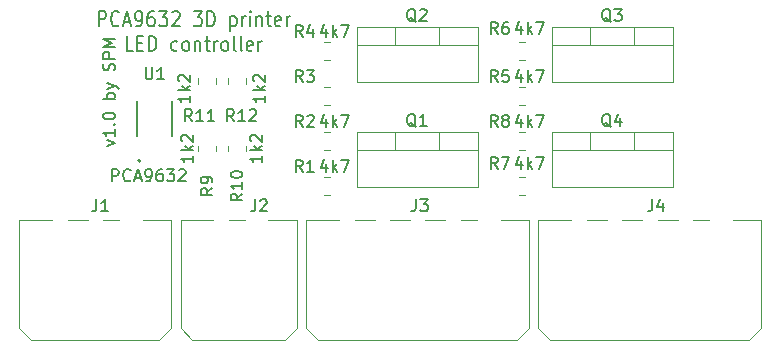
<source format=gto>
%TF.GenerationSoftware,KiCad,Pcbnew,5.1.7*%
%TF.CreationDate,2020-11-17T16:44:46+01:00*%
%TF.ProjectId,pca9632_led_controller,70636139-3633-4325-9f6c-65645f636f6e,rev?*%
%TF.SameCoordinates,Original*%
%TF.FileFunction,Legend,Top*%
%TF.FilePolarity,Positive*%
%FSLAX46Y46*%
G04 Gerber Fmt 4.6, Leading zero omitted, Abs format (unit mm)*
G04 Created by KiCad (PCBNEW 5.1.7) date 2020-11-17 16:44:46*
%MOMM*%
%LPD*%
G01*
G04 APERTURE LIST*
%ADD10C,0.150000*%
%ADD11C,0.127000*%
%ADD12C,0.200000*%
%ADD13C,0.120000*%
G04 APERTURE END LIST*
D10*
X74715714Y-89915428D02*
X75382380Y-89677333D01*
X74715714Y-89439238D01*
X75382380Y-88534476D02*
X75382380Y-89105904D01*
X75382380Y-88820190D02*
X74382380Y-88820190D01*
X74525238Y-88915428D01*
X74620476Y-89010666D01*
X74668095Y-89105904D01*
X75287142Y-88105904D02*
X75334761Y-88058285D01*
X75382380Y-88105904D01*
X75334761Y-88153523D01*
X75287142Y-88105904D01*
X75382380Y-88105904D01*
X74382380Y-87439238D02*
X74382380Y-87344000D01*
X74430000Y-87248761D01*
X74477619Y-87201142D01*
X74572857Y-87153523D01*
X74763333Y-87105904D01*
X75001428Y-87105904D01*
X75191904Y-87153523D01*
X75287142Y-87201142D01*
X75334761Y-87248761D01*
X75382380Y-87344000D01*
X75382380Y-87439238D01*
X75334761Y-87534476D01*
X75287142Y-87582095D01*
X75191904Y-87629714D01*
X75001428Y-87677333D01*
X74763333Y-87677333D01*
X74572857Y-87629714D01*
X74477619Y-87582095D01*
X74430000Y-87534476D01*
X74382380Y-87439238D01*
X75382380Y-85915428D02*
X74382380Y-85915428D01*
X74763333Y-85915428D02*
X74715714Y-85820190D01*
X74715714Y-85629714D01*
X74763333Y-85534476D01*
X74810952Y-85486857D01*
X74906190Y-85439238D01*
X75191904Y-85439238D01*
X75287142Y-85486857D01*
X75334761Y-85534476D01*
X75382380Y-85629714D01*
X75382380Y-85820190D01*
X75334761Y-85915428D01*
X74715714Y-85105904D02*
X75382380Y-84867809D01*
X74715714Y-84629714D02*
X75382380Y-84867809D01*
X75620476Y-84963047D01*
X75668095Y-85010666D01*
X75715714Y-85105904D01*
X75334761Y-83534476D02*
X75382380Y-83391619D01*
X75382380Y-83153523D01*
X75334761Y-83058285D01*
X75287142Y-83010666D01*
X75191904Y-82963047D01*
X75096666Y-82963047D01*
X75001428Y-83010666D01*
X74953809Y-83058285D01*
X74906190Y-83153523D01*
X74858571Y-83344000D01*
X74810952Y-83439238D01*
X74763333Y-83486857D01*
X74668095Y-83534476D01*
X74572857Y-83534476D01*
X74477619Y-83486857D01*
X74430000Y-83439238D01*
X74382380Y-83344000D01*
X74382380Y-83105904D01*
X74430000Y-82963047D01*
X75382380Y-82534476D02*
X74382380Y-82534476D01*
X74382380Y-82153523D01*
X74430000Y-82058285D01*
X74477619Y-82010666D01*
X74572857Y-81963047D01*
X74715714Y-81963047D01*
X74810952Y-82010666D01*
X74858571Y-82058285D01*
X74906190Y-82153523D01*
X74906190Y-82534476D01*
X75382380Y-81534476D02*
X74382380Y-81534476D01*
X75096666Y-81201142D01*
X74382380Y-80867809D01*
X75382380Y-80867809D01*
X74001523Y-79802095D02*
X74001523Y-78502095D01*
X74420571Y-78502095D01*
X74525333Y-78564000D01*
X74577714Y-78625904D01*
X74630095Y-78749714D01*
X74630095Y-78935428D01*
X74577714Y-79059238D01*
X74525333Y-79121142D01*
X74420571Y-79183047D01*
X74001523Y-79183047D01*
X75730095Y-79678285D02*
X75677714Y-79740190D01*
X75520571Y-79802095D01*
X75415809Y-79802095D01*
X75258666Y-79740190D01*
X75153904Y-79616380D01*
X75101523Y-79492571D01*
X75049142Y-79244952D01*
X75049142Y-79059238D01*
X75101523Y-78811619D01*
X75153904Y-78687809D01*
X75258666Y-78564000D01*
X75415809Y-78502095D01*
X75520571Y-78502095D01*
X75677714Y-78564000D01*
X75730095Y-78625904D01*
X76149142Y-79430666D02*
X76672952Y-79430666D01*
X76044380Y-79802095D02*
X76411047Y-78502095D01*
X76777714Y-79802095D01*
X77196761Y-79802095D02*
X77406285Y-79802095D01*
X77511047Y-79740190D01*
X77563428Y-79678285D01*
X77668190Y-79492571D01*
X77720571Y-79244952D01*
X77720571Y-78749714D01*
X77668190Y-78625904D01*
X77615809Y-78564000D01*
X77511047Y-78502095D01*
X77301523Y-78502095D01*
X77196761Y-78564000D01*
X77144380Y-78625904D01*
X77092000Y-78749714D01*
X77092000Y-79059238D01*
X77144380Y-79183047D01*
X77196761Y-79244952D01*
X77301523Y-79306857D01*
X77511047Y-79306857D01*
X77615809Y-79244952D01*
X77668190Y-79183047D01*
X77720571Y-79059238D01*
X78663428Y-78502095D02*
X78453904Y-78502095D01*
X78349142Y-78564000D01*
X78296761Y-78625904D01*
X78192000Y-78811619D01*
X78139619Y-79059238D01*
X78139619Y-79554476D01*
X78192000Y-79678285D01*
X78244380Y-79740190D01*
X78349142Y-79802095D01*
X78558666Y-79802095D01*
X78663428Y-79740190D01*
X78715809Y-79678285D01*
X78768190Y-79554476D01*
X78768190Y-79244952D01*
X78715809Y-79121142D01*
X78663428Y-79059238D01*
X78558666Y-78997333D01*
X78349142Y-78997333D01*
X78244380Y-79059238D01*
X78192000Y-79121142D01*
X78139619Y-79244952D01*
X79134857Y-78502095D02*
X79815809Y-78502095D01*
X79449142Y-78997333D01*
X79606285Y-78997333D01*
X79711047Y-79059238D01*
X79763428Y-79121142D01*
X79815809Y-79244952D01*
X79815809Y-79554476D01*
X79763428Y-79678285D01*
X79711047Y-79740190D01*
X79606285Y-79802095D01*
X79292000Y-79802095D01*
X79187238Y-79740190D01*
X79134857Y-79678285D01*
X80234857Y-78625904D02*
X80287238Y-78564000D01*
X80392000Y-78502095D01*
X80653904Y-78502095D01*
X80758666Y-78564000D01*
X80811047Y-78625904D01*
X80863428Y-78749714D01*
X80863428Y-78873523D01*
X80811047Y-79059238D01*
X80182476Y-79802095D01*
X80863428Y-79802095D01*
X82068190Y-78502095D02*
X82749142Y-78502095D01*
X82382476Y-78997333D01*
X82539619Y-78997333D01*
X82644380Y-79059238D01*
X82696761Y-79121142D01*
X82749142Y-79244952D01*
X82749142Y-79554476D01*
X82696761Y-79678285D01*
X82644380Y-79740190D01*
X82539619Y-79802095D01*
X82225333Y-79802095D01*
X82120571Y-79740190D01*
X82068190Y-79678285D01*
X83220571Y-79802095D02*
X83220571Y-78502095D01*
X83482476Y-78502095D01*
X83639619Y-78564000D01*
X83744380Y-78687809D01*
X83796761Y-78811619D01*
X83849142Y-79059238D01*
X83849142Y-79244952D01*
X83796761Y-79492571D01*
X83744380Y-79616380D01*
X83639619Y-79740190D01*
X83482476Y-79802095D01*
X83220571Y-79802095D01*
X85158666Y-78935428D02*
X85158666Y-80235428D01*
X85158666Y-78997333D02*
X85263428Y-78935428D01*
X85472952Y-78935428D01*
X85577714Y-78997333D01*
X85630095Y-79059238D01*
X85682476Y-79183047D01*
X85682476Y-79554476D01*
X85630095Y-79678285D01*
X85577714Y-79740190D01*
X85472952Y-79802095D01*
X85263428Y-79802095D01*
X85158666Y-79740190D01*
X86153904Y-79802095D02*
X86153904Y-78935428D01*
X86153904Y-79183047D02*
X86206285Y-79059238D01*
X86258666Y-78997333D01*
X86363428Y-78935428D01*
X86468190Y-78935428D01*
X86834857Y-79802095D02*
X86834857Y-78935428D01*
X86834857Y-78502095D02*
X86782476Y-78564000D01*
X86834857Y-78625904D01*
X86887238Y-78564000D01*
X86834857Y-78502095D01*
X86834857Y-78625904D01*
X87358666Y-78935428D02*
X87358666Y-79802095D01*
X87358666Y-79059238D02*
X87411047Y-78997333D01*
X87515809Y-78935428D01*
X87672952Y-78935428D01*
X87777714Y-78997333D01*
X87830095Y-79121142D01*
X87830095Y-79802095D01*
X88196761Y-78935428D02*
X88615809Y-78935428D01*
X88353904Y-78502095D02*
X88353904Y-79616380D01*
X88406285Y-79740190D01*
X88511047Y-79802095D01*
X88615809Y-79802095D01*
X89401523Y-79740190D02*
X89296761Y-79802095D01*
X89087238Y-79802095D01*
X88982476Y-79740190D01*
X88930095Y-79616380D01*
X88930095Y-79121142D01*
X88982476Y-78997333D01*
X89087238Y-78935428D01*
X89296761Y-78935428D01*
X89401523Y-78997333D01*
X89453904Y-79121142D01*
X89453904Y-79244952D01*
X88930095Y-79368761D01*
X89925333Y-79802095D02*
X89925333Y-78935428D01*
X89925333Y-79183047D02*
X89977714Y-79059238D01*
X90030095Y-78997333D01*
X90134857Y-78935428D01*
X90239619Y-78935428D01*
X76908666Y-81902095D02*
X76384857Y-81902095D01*
X76384857Y-80602095D01*
X77275333Y-81221142D02*
X77642000Y-81221142D01*
X77799142Y-81902095D02*
X77275333Y-81902095D01*
X77275333Y-80602095D01*
X77799142Y-80602095D01*
X78270571Y-81902095D02*
X78270571Y-80602095D01*
X78532476Y-80602095D01*
X78689619Y-80664000D01*
X78794380Y-80787809D01*
X78846761Y-80911619D01*
X78899142Y-81159238D01*
X78899142Y-81344952D01*
X78846761Y-81592571D01*
X78794380Y-81716380D01*
X78689619Y-81840190D01*
X78532476Y-81902095D01*
X78270571Y-81902095D01*
X80680095Y-81840190D02*
X80575333Y-81902095D01*
X80365809Y-81902095D01*
X80261047Y-81840190D01*
X80208666Y-81778285D01*
X80156285Y-81654476D01*
X80156285Y-81283047D01*
X80208666Y-81159238D01*
X80261047Y-81097333D01*
X80365809Y-81035428D01*
X80575333Y-81035428D01*
X80680095Y-81097333D01*
X81308666Y-81902095D02*
X81203904Y-81840190D01*
X81151523Y-81778285D01*
X81099142Y-81654476D01*
X81099142Y-81283047D01*
X81151523Y-81159238D01*
X81203904Y-81097333D01*
X81308666Y-81035428D01*
X81465809Y-81035428D01*
X81570571Y-81097333D01*
X81622952Y-81159238D01*
X81675333Y-81283047D01*
X81675333Y-81654476D01*
X81622952Y-81778285D01*
X81570571Y-81840190D01*
X81465809Y-81902095D01*
X81308666Y-81902095D01*
X82146761Y-81035428D02*
X82146761Y-81902095D01*
X82146761Y-81159238D02*
X82199142Y-81097333D01*
X82303904Y-81035428D01*
X82461047Y-81035428D01*
X82565809Y-81097333D01*
X82618190Y-81221142D01*
X82618190Y-81902095D01*
X82984857Y-81035428D02*
X83403904Y-81035428D01*
X83142000Y-80602095D02*
X83142000Y-81716380D01*
X83194380Y-81840190D01*
X83299142Y-81902095D01*
X83403904Y-81902095D01*
X83770571Y-81902095D02*
X83770571Y-81035428D01*
X83770571Y-81283047D02*
X83822952Y-81159238D01*
X83875333Y-81097333D01*
X83980095Y-81035428D01*
X84084857Y-81035428D01*
X84608666Y-81902095D02*
X84503904Y-81840190D01*
X84451523Y-81778285D01*
X84399142Y-81654476D01*
X84399142Y-81283047D01*
X84451523Y-81159238D01*
X84503904Y-81097333D01*
X84608666Y-81035428D01*
X84765809Y-81035428D01*
X84870571Y-81097333D01*
X84922952Y-81159238D01*
X84975333Y-81283047D01*
X84975333Y-81654476D01*
X84922952Y-81778285D01*
X84870571Y-81840190D01*
X84765809Y-81902095D01*
X84608666Y-81902095D01*
X85603904Y-81902095D02*
X85499142Y-81840190D01*
X85446761Y-81716380D01*
X85446761Y-80602095D01*
X86180095Y-81902095D02*
X86075333Y-81840190D01*
X86022952Y-81716380D01*
X86022952Y-80602095D01*
X87018190Y-81840190D02*
X86913428Y-81902095D01*
X86703904Y-81902095D01*
X86599142Y-81840190D01*
X86546761Y-81716380D01*
X86546761Y-81221142D01*
X86599142Y-81097333D01*
X86703904Y-81035428D01*
X86913428Y-81035428D01*
X87018190Y-81097333D01*
X87070571Y-81221142D01*
X87070571Y-81344952D01*
X86546761Y-81468761D01*
X87542000Y-81902095D02*
X87542000Y-81035428D01*
X87542000Y-81283047D02*
X87594380Y-81159238D01*
X87646761Y-81097333D01*
X87751523Y-81035428D01*
X87856285Y-81035428D01*
D11*
%TO.C,U1*%
X80240000Y-89105000D02*
X80240000Y-86105000D01*
X77240000Y-89105000D02*
X77240000Y-86105000D01*
D12*
X77540000Y-91190000D02*
G75*
G03*
X77540000Y-91190000I-100000J0D01*
G01*
D13*
%TO.C,R12*%
X84990000Y-84202936D02*
X84990000Y-84657064D01*
X86460000Y-84202936D02*
X86460000Y-84657064D01*
%TO.C,R11*%
X83920000Y-84657064D02*
X83920000Y-84202936D01*
X82450000Y-84657064D02*
X82450000Y-84202936D01*
%TO.C,R10*%
X86460000Y-90372064D02*
X86460000Y-89917936D01*
X84990000Y-90372064D02*
X84990000Y-89917936D01*
%TO.C,R9*%
X82450000Y-89917936D02*
X82450000Y-90372064D01*
X83920000Y-89917936D02*
X83920000Y-90372064D01*
%TO.C,R8*%
X109627936Y-90245000D02*
X110082064Y-90245000D01*
X109627936Y-88775000D02*
X110082064Y-88775000D01*
%TO.C,R7*%
X110082064Y-92585000D02*
X109627936Y-92585000D01*
X110082064Y-94055000D02*
X109627936Y-94055000D01*
%TO.C,R6*%
X109627936Y-82625000D02*
X110082064Y-82625000D01*
X109627936Y-81155000D02*
X110082064Y-81155000D01*
%TO.C,R5*%
X110082064Y-84965000D02*
X109627936Y-84965000D01*
X110082064Y-86435000D02*
X109627936Y-86435000D01*
%TO.C,R4*%
X93117936Y-82625000D02*
X93572064Y-82625000D01*
X93117936Y-81155000D02*
X93572064Y-81155000D01*
%TO.C,R3*%
X93572064Y-84965000D02*
X93117936Y-84965000D01*
X93572064Y-86435000D02*
X93117936Y-86435000D01*
%TO.C,R2*%
X93117936Y-90245000D02*
X93572064Y-90245000D01*
X93117936Y-88775000D02*
X93572064Y-88775000D01*
%TO.C,R1*%
X93572064Y-92585000D02*
X93117936Y-92585000D01*
X93572064Y-94055000D02*
X93117936Y-94055000D01*
%TO.C,Q4*%
X119326000Y-88780000D02*
X119326000Y-90290000D01*
X115625000Y-88780000D02*
X115625000Y-90290000D01*
X112355000Y-90290000D02*
X122595000Y-90290000D01*
X122595000Y-88780000D02*
X122595000Y-93421000D01*
X112355000Y-88780000D02*
X112355000Y-93421000D01*
X112355000Y-93421000D02*
X122595000Y-93421000D01*
X112355000Y-88780000D02*
X122595000Y-88780000D01*
%TO.C,Q3*%
X119326000Y-79890000D02*
X119326000Y-81400000D01*
X115625000Y-79890000D02*
X115625000Y-81400000D01*
X112355000Y-81400000D02*
X122595000Y-81400000D01*
X122595000Y-79890000D02*
X122595000Y-84531000D01*
X112355000Y-79890000D02*
X112355000Y-84531000D01*
X112355000Y-84531000D02*
X122595000Y-84531000D01*
X112355000Y-79890000D02*
X122595000Y-79890000D01*
%TO.C,Q2*%
X102816000Y-79890000D02*
X102816000Y-81400000D01*
X99115000Y-79890000D02*
X99115000Y-81400000D01*
X95845000Y-81400000D02*
X106085000Y-81400000D01*
X106085000Y-79890000D02*
X106085000Y-84531000D01*
X95845000Y-79890000D02*
X95845000Y-84531000D01*
X95845000Y-84531000D02*
X106085000Y-84531000D01*
X95845000Y-79890000D02*
X106085000Y-79890000D01*
%TO.C,Q1*%
X102816000Y-88780000D02*
X102816000Y-90290000D01*
X99115000Y-88780000D02*
X99115000Y-90290000D01*
X95845000Y-90290000D02*
X106085000Y-90290000D01*
X106085000Y-88780000D02*
X106085000Y-93421000D01*
X95845000Y-88780000D02*
X95845000Y-93421000D01*
X95845000Y-93421000D02*
X106085000Y-93421000D01*
X95845000Y-88780000D02*
X106085000Y-88780000D01*
%TO.C,J4*%
X117023233Y-96235000D02*
X115326767Y-96235000D01*
X120023233Y-96235000D02*
X118326767Y-96235000D01*
X123023233Y-96235000D02*
X121326767Y-96235000D01*
X125665000Y-96235000D02*
X124326767Y-96235000D01*
X111240000Y-96235000D02*
X114023233Y-96235000D01*
X130110000Y-96235000D02*
X127685000Y-96235000D01*
X111240000Y-105355000D02*
X111240000Y-96235000D01*
X112240000Y-106355000D02*
X111240000Y-105355000D01*
X129110000Y-106355000D02*
X112240000Y-106355000D01*
X130110000Y-105355000D02*
X129110000Y-106355000D01*
X130110000Y-96235000D02*
X130110000Y-105355000D01*
%TO.C,J3*%
X97373233Y-96235000D02*
X95676767Y-96235000D01*
X100373233Y-96235000D02*
X98676767Y-96235000D01*
X103373233Y-96235000D02*
X101676767Y-96235000D01*
X106015000Y-96235000D02*
X104676767Y-96235000D01*
X91590000Y-96235000D02*
X94373233Y-96235000D01*
X110460000Y-96235000D02*
X108035000Y-96235000D01*
X91590000Y-105355000D02*
X91590000Y-96235000D01*
X92590000Y-106355000D02*
X91590000Y-105355000D01*
X109460000Y-106355000D02*
X92590000Y-106355000D01*
X110460000Y-105355000D02*
X109460000Y-106355000D01*
X110460000Y-96235000D02*
X110460000Y-105355000D01*
%TO.C,J2*%
X86365000Y-96235000D02*
X85026767Y-96235000D01*
X80940000Y-96235000D02*
X83723233Y-96235000D01*
X90810000Y-96235000D02*
X88385000Y-96235000D01*
X80940000Y-105355000D02*
X80940000Y-96235000D01*
X81940000Y-106355000D02*
X80940000Y-105355000D01*
X89810000Y-106355000D02*
X81940000Y-106355000D01*
X90810000Y-105355000D02*
X89810000Y-106355000D01*
X90810000Y-96235000D02*
X90810000Y-105355000D01*
%TO.C,J1*%
X73073233Y-96235000D02*
X71376767Y-96235000D01*
X75715000Y-96235000D02*
X74376767Y-96235000D01*
X67290000Y-96235000D02*
X70073233Y-96235000D01*
X80160000Y-96235000D02*
X77735000Y-96235000D01*
X67290000Y-105355000D02*
X67290000Y-96235000D01*
X68290000Y-106355000D02*
X67290000Y-105355000D01*
X79160000Y-106355000D02*
X68290000Y-106355000D01*
X80160000Y-105355000D02*
X79160000Y-106355000D01*
X80160000Y-96235000D02*
X80160000Y-105355000D01*
%TO.C,U1*%
D10*
X77978095Y-83272380D02*
X77978095Y-84081904D01*
X78025714Y-84177142D01*
X78073333Y-84224761D01*
X78168571Y-84272380D01*
X78359047Y-84272380D01*
X78454285Y-84224761D01*
X78501904Y-84177142D01*
X78549523Y-84081904D01*
X78549523Y-83272380D01*
X79549523Y-84272380D02*
X78978095Y-84272380D01*
X79263809Y-84272380D02*
X79263809Y-83272380D01*
X79168571Y-83415238D01*
X79073333Y-83510476D01*
X78978095Y-83558095D01*
X75136761Y-92908380D02*
X75136761Y-91908380D01*
X75517714Y-91908380D01*
X75612952Y-91956000D01*
X75660571Y-92003619D01*
X75708190Y-92098857D01*
X75708190Y-92241714D01*
X75660571Y-92336952D01*
X75612952Y-92384571D01*
X75517714Y-92432190D01*
X75136761Y-92432190D01*
X76708190Y-92813142D02*
X76660571Y-92860761D01*
X76517714Y-92908380D01*
X76422476Y-92908380D01*
X76279619Y-92860761D01*
X76184380Y-92765523D01*
X76136761Y-92670285D01*
X76089142Y-92479809D01*
X76089142Y-92336952D01*
X76136761Y-92146476D01*
X76184380Y-92051238D01*
X76279619Y-91956000D01*
X76422476Y-91908380D01*
X76517714Y-91908380D01*
X76660571Y-91956000D01*
X76708190Y-92003619D01*
X77089142Y-92622666D02*
X77565333Y-92622666D01*
X76993904Y-92908380D02*
X77327238Y-91908380D01*
X77660571Y-92908380D01*
X78041523Y-92908380D02*
X78232000Y-92908380D01*
X78327238Y-92860761D01*
X78374857Y-92813142D01*
X78470095Y-92670285D01*
X78517714Y-92479809D01*
X78517714Y-92098857D01*
X78470095Y-92003619D01*
X78422476Y-91956000D01*
X78327238Y-91908380D01*
X78136761Y-91908380D01*
X78041523Y-91956000D01*
X77993904Y-92003619D01*
X77946285Y-92098857D01*
X77946285Y-92336952D01*
X77993904Y-92432190D01*
X78041523Y-92479809D01*
X78136761Y-92527428D01*
X78327238Y-92527428D01*
X78422476Y-92479809D01*
X78470095Y-92432190D01*
X78517714Y-92336952D01*
X79374857Y-91908380D02*
X79184380Y-91908380D01*
X79089142Y-91956000D01*
X79041523Y-92003619D01*
X78946285Y-92146476D01*
X78898666Y-92336952D01*
X78898666Y-92717904D01*
X78946285Y-92813142D01*
X78993904Y-92860761D01*
X79089142Y-92908380D01*
X79279619Y-92908380D01*
X79374857Y-92860761D01*
X79422476Y-92813142D01*
X79470095Y-92717904D01*
X79470095Y-92479809D01*
X79422476Y-92384571D01*
X79374857Y-92336952D01*
X79279619Y-92289333D01*
X79089142Y-92289333D01*
X78993904Y-92336952D01*
X78946285Y-92384571D01*
X78898666Y-92479809D01*
X79803428Y-91908380D02*
X80422476Y-91908380D01*
X80089142Y-92289333D01*
X80232000Y-92289333D01*
X80327238Y-92336952D01*
X80374857Y-92384571D01*
X80422476Y-92479809D01*
X80422476Y-92717904D01*
X80374857Y-92813142D01*
X80327238Y-92860761D01*
X80232000Y-92908380D01*
X79946285Y-92908380D01*
X79851047Y-92860761D01*
X79803428Y-92813142D01*
X80803428Y-92003619D02*
X80851047Y-91956000D01*
X80946285Y-91908380D01*
X81184380Y-91908380D01*
X81279619Y-91956000D01*
X81327238Y-92003619D01*
X81374857Y-92098857D01*
X81374857Y-92194095D01*
X81327238Y-92336952D01*
X80755809Y-92908380D01*
X81374857Y-92908380D01*
%TO.C,R12*%
X85463142Y-87828380D02*
X85129809Y-87352190D01*
X84891714Y-87828380D02*
X84891714Y-86828380D01*
X85272666Y-86828380D01*
X85367904Y-86876000D01*
X85415523Y-86923619D01*
X85463142Y-87018857D01*
X85463142Y-87161714D01*
X85415523Y-87256952D01*
X85367904Y-87304571D01*
X85272666Y-87352190D01*
X84891714Y-87352190D01*
X86415523Y-87828380D02*
X85844095Y-87828380D01*
X86129809Y-87828380D02*
X86129809Y-86828380D01*
X86034571Y-86971238D01*
X85939333Y-87066476D01*
X85844095Y-87114095D01*
X86796476Y-86923619D02*
X86844095Y-86876000D01*
X86939333Y-86828380D01*
X87177428Y-86828380D01*
X87272666Y-86876000D01*
X87320285Y-86923619D01*
X87367904Y-87018857D01*
X87367904Y-87114095D01*
X87320285Y-87256952D01*
X86748857Y-87828380D01*
X87367904Y-87828380D01*
X88082380Y-85660238D02*
X88082380Y-86231666D01*
X88082380Y-85945952D02*
X87082380Y-85945952D01*
X87225238Y-86041190D01*
X87320476Y-86136428D01*
X87368095Y-86231666D01*
X88082380Y-85231666D02*
X87082380Y-85231666D01*
X87701428Y-85136428D02*
X88082380Y-84850714D01*
X87415714Y-84850714D02*
X87796666Y-85231666D01*
X87177619Y-84469761D02*
X87130000Y-84422142D01*
X87082380Y-84326904D01*
X87082380Y-84088809D01*
X87130000Y-83993571D01*
X87177619Y-83945952D01*
X87272857Y-83898333D01*
X87368095Y-83898333D01*
X87510952Y-83945952D01*
X88082380Y-84517380D01*
X88082380Y-83898333D01*
%TO.C,R11*%
X81907142Y-87828380D02*
X81573809Y-87352190D01*
X81335714Y-87828380D02*
X81335714Y-86828380D01*
X81716666Y-86828380D01*
X81811904Y-86876000D01*
X81859523Y-86923619D01*
X81907142Y-87018857D01*
X81907142Y-87161714D01*
X81859523Y-87256952D01*
X81811904Y-87304571D01*
X81716666Y-87352190D01*
X81335714Y-87352190D01*
X82859523Y-87828380D02*
X82288095Y-87828380D01*
X82573809Y-87828380D02*
X82573809Y-86828380D01*
X82478571Y-86971238D01*
X82383333Y-87066476D01*
X82288095Y-87114095D01*
X83811904Y-87828380D02*
X83240476Y-87828380D01*
X83526190Y-87828380D02*
X83526190Y-86828380D01*
X83430952Y-86971238D01*
X83335714Y-87066476D01*
X83240476Y-87114095D01*
X81732380Y-85660238D02*
X81732380Y-86231666D01*
X81732380Y-85945952D02*
X80732380Y-85945952D01*
X80875238Y-86041190D01*
X80970476Y-86136428D01*
X81018095Y-86231666D01*
X81732380Y-85231666D02*
X80732380Y-85231666D01*
X81351428Y-85136428D02*
X81732380Y-84850714D01*
X81065714Y-84850714D02*
X81446666Y-85231666D01*
X80827619Y-84469761D02*
X80780000Y-84422142D01*
X80732380Y-84326904D01*
X80732380Y-84088809D01*
X80780000Y-83993571D01*
X80827619Y-83945952D01*
X80922857Y-83898333D01*
X81018095Y-83898333D01*
X81160952Y-83945952D01*
X81732380Y-84517380D01*
X81732380Y-83898333D01*
%TO.C,R10*%
X86177380Y-93962857D02*
X85701190Y-94296190D01*
X86177380Y-94534285D02*
X85177380Y-94534285D01*
X85177380Y-94153333D01*
X85225000Y-94058095D01*
X85272619Y-94010476D01*
X85367857Y-93962857D01*
X85510714Y-93962857D01*
X85605952Y-94010476D01*
X85653571Y-94058095D01*
X85701190Y-94153333D01*
X85701190Y-94534285D01*
X86177380Y-93010476D02*
X86177380Y-93581904D01*
X86177380Y-93296190D02*
X85177380Y-93296190D01*
X85320238Y-93391428D01*
X85415476Y-93486666D01*
X85463095Y-93581904D01*
X85177380Y-92391428D02*
X85177380Y-92296190D01*
X85225000Y-92200952D01*
X85272619Y-92153333D01*
X85367857Y-92105714D01*
X85558333Y-92058095D01*
X85796428Y-92058095D01*
X85986904Y-92105714D01*
X86082142Y-92153333D01*
X86129761Y-92200952D01*
X86177380Y-92296190D01*
X86177380Y-92391428D01*
X86129761Y-92486666D01*
X86082142Y-92534285D01*
X85986904Y-92581904D01*
X85796428Y-92629523D01*
X85558333Y-92629523D01*
X85367857Y-92581904D01*
X85272619Y-92534285D01*
X85225000Y-92486666D01*
X85177380Y-92391428D01*
X87827380Y-90740238D02*
X87827380Y-91311666D01*
X87827380Y-91025952D02*
X86827380Y-91025952D01*
X86970238Y-91121190D01*
X87065476Y-91216428D01*
X87113095Y-91311666D01*
X87827380Y-90311666D02*
X86827380Y-90311666D01*
X87446428Y-90216428D02*
X87827380Y-89930714D01*
X87160714Y-89930714D02*
X87541666Y-90311666D01*
X86922619Y-89549761D02*
X86875000Y-89502142D01*
X86827380Y-89406904D01*
X86827380Y-89168809D01*
X86875000Y-89073571D01*
X86922619Y-89025952D01*
X87017857Y-88978333D01*
X87113095Y-88978333D01*
X87255952Y-89025952D01*
X87827380Y-89597380D01*
X87827380Y-88978333D01*
%TO.C,R9*%
X83637380Y-93486666D02*
X83161190Y-93820000D01*
X83637380Y-94058095D02*
X82637380Y-94058095D01*
X82637380Y-93677142D01*
X82685000Y-93581904D01*
X82732619Y-93534285D01*
X82827857Y-93486666D01*
X82970714Y-93486666D01*
X83065952Y-93534285D01*
X83113571Y-93581904D01*
X83161190Y-93677142D01*
X83161190Y-94058095D01*
X83637380Y-93010476D02*
X83637380Y-92820000D01*
X83589761Y-92724761D01*
X83542142Y-92677142D01*
X83399285Y-92581904D01*
X83208809Y-92534285D01*
X82827857Y-92534285D01*
X82732619Y-92581904D01*
X82685000Y-92629523D01*
X82637380Y-92724761D01*
X82637380Y-92915238D01*
X82685000Y-93010476D01*
X82732619Y-93058095D01*
X82827857Y-93105714D01*
X83065952Y-93105714D01*
X83161190Y-93058095D01*
X83208809Y-93010476D01*
X83256428Y-92915238D01*
X83256428Y-92724761D01*
X83208809Y-92629523D01*
X83161190Y-92581904D01*
X83065952Y-92534285D01*
X81987380Y-90740238D02*
X81987380Y-91311666D01*
X81987380Y-91025952D02*
X80987380Y-91025952D01*
X81130238Y-91121190D01*
X81225476Y-91216428D01*
X81273095Y-91311666D01*
X81987380Y-90311666D02*
X80987380Y-90311666D01*
X81606428Y-90216428D02*
X81987380Y-89930714D01*
X81320714Y-89930714D02*
X81701666Y-90311666D01*
X81082619Y-89549761D02*
X81035000Y-89502142D01*
X80987380Y-89406904D01*
X80987380Y-89168809D01*
X81035000Y-89073571D01*
X81082619Y-89025952D01*
X81177857Y-88978333D01*
X81273095Y-88978333D01*
X81415952Y-89025952D01*
X81987380Y-89597380D01*
X81987380Y-88978333D01*
%TO.C,R8*%
X107783333Y-88312380D02*
X107450000Y-87836190D01*
X107211904Y-88312380D02*
X107211904Y-87312380D01*
X107592857Y-87312380D01*
X107688095Y-87360000D01*
X107735714Y-87407619D01*
X107783333Y-87502857D01*
X107783333Y-87645714D01*
X107735714Y-87740952D01*
X107688095Y-87788571D01*
X107592857Y-87836190D01*
X107211904Y-87836190D01*
X108354761Y-87740952D02*
X108259523Y-87693333D01*
X108211904Y-87645714D01*
X108164285Y-87550476D01*
X108164285Y-87502857D01*
X108211904Y-87407619D01*
X108259523Y-87360000D01*
X108354761Y-87312380D01*
X108545238Y-87312380D01*
X108640476Y-87360000D01*
X108688095Y-87407619D01*
X108735714Y-87502857D01*
X108735714Y-87550476D01*
X108688095Y-87645714D01*
X108640476Y-87693333D01*
X108545238Y-87740952D01*
X108354761Y-87740952D01*
X108259523Y-87788571D01*
X108211904Y-87836190D01*
X108164285Y-87931428D01*
X108164285Y-88121904D01*
X108211904Y-88217142D01*
X108259523Y-88264761D01*
X108354761Y-88312380D01*
X108545238Y-88312380D01*
X108640476Y-88264761D01*
X108688095Y-88217142D01*
X108735714Y-88121904D01*
X108735714Y-87931428D01*
X108688095Y-87836190D01*
X108640476Y-87788571D01*
X108545238Y-87740952D01*
X109799523Y-87645714D02*
X109799523Y-88312380D01*
X109561428Y-87264761D02*
X109323333Y-87979047D01*
X109942380Y-87979047D01*
X110323333Y-88312380D02*
X110323333Y-87312380D01*
X110418571Y-87931428D02*
X110704285Y-88312380D01*
X110704285Y-87645714D02*
X110323333Y-88026666D01*
X111037619Y-87312380D02*
X111704285Y-87312380D01*
X111275714Y-88312380D01*
%TO.C,R7*%
X107783333Y-91867380D02*
X107450000Y-91391190D01*
X107211904Y-91867380D02*
X107211904Y-90867380D01*
X107592857Y-90867380D01*
X107688095Y-90915000D01*
X107735714Y-90962619D01*
X107783333Y-91057857D01*
X107783333Y-91200714D01*
X107735714Y-91295952D01*
X107688095Y-91343571D01*
X107592857Y-91391190D01*
X107211904Y-91391190D01*
X108116666Y-90867380D02*
X108783333Y-90867380D01*
X108354761Y-91867380D01*
X109799523Y-91200714D02*
X109799523Y-91867380D01*
X109561428Y-90819761D02*
X109323333Y-91534047D01*
X109942380Y-91534047D01*
X110323333Y-91867380D02*
X110323333Y-90867380D01*
X110418571Y-91486428D02*
X110704285Y-91867380D01*
X110704285Y-91200714D02*
X110323333Y-91581666D01*
X111037619Y-90867380D02*
X111704285Y-90867380D01*
X111275714Y-91867380D01*
%TO.C,R6*%
X107783333Y-80437380D02*
X107450000Y-79961190D01*
X107211904Y-80437380D02*
X107211904Y-79437380D01*
X107592857Y-79437380D01*
X107688095Y-79485000D01*
X107735714Y-79532619D01*
X107783333Y-79627857D01*
X107783333Y-79770714D01*
X107735714Y-79865952D01*
X107688095Y-79913571D01*
X107592857Y-79961190D01*
X107211904Y-79961190D01*
X108640476Y-79437380D02*
X108450000Y-79437380D01*
X108354761Y-79485000D01*
X108307142Y-79532619D01*
X108211904Y-79675476D01*
X108164285Y-79865952D01*
X108164285Y-80246904D01*
X108211904Y-80342142D01*
X108259523Y-80389761D01*
X108354761Y-80437380D01*
X108545238Y-80437380D01*
X108640476Y-80389761D01*
X108688095Y-80342142D01*
X108735714Y-80246904D01*
X108735714Y-80008809D01*
X108688095Y-79913571D01*
X108640476Y-79865952D01*
X108545238Y-79818333D01*
X108354761Y-79818333D01*
X108259523Y-79865952D01*
X108211904Y-79913571D01*
X108164285Y-80008809D01*
X109799523Y-79770714D02*
X109799523Y-80437380D01*
X109561428Y-79389761D02*
X109323333Y-80104047D01*
X109942380Y-80104047D01*
X110323333Y-80437380D02*
X110323333Y-79437380D01*
X110418571Y-80056428D02*
X110704285Y-80437380D01*
X110704285Y-79770714D02*
X110323333Y-80151666D01*
X111037619Y-79437380D02*
X111704285Y-79437380D01*
X111275714Y-80437380D01*
%TO.C,R5*%
X107783333Y-84502380D02*
X107450000Y-84026190D01*
X107211904Y-84502380D02*
X107211904Y-83502380D01*
X107592857Y-83502380D01*
X107688095Y-83550000D01*
X107735714Y-83597619D01*
X107783333Y-83692857D01*
X107783333Y-83835714D01*
X107735714Y-83930952D01*
X107688095Y-83978571D01*
X107592857Y-84026190D01*
X107211904Y-84026190D01*
X108688095Y-83502380D02*
X108211904Y-83502380D01*
X108164285Y-83978571D01*
X108211904Y-83930952D01*
X108307142Y-83883333D01*
X108545238Y-83883333D01*
X108640476Y-83930952D01*
X108688095Y-83978571D01*
X108735714Y-84073809D01*
X108735714Y-84311904D01*
X108688095Y-84407142D01*
X108640476Y-84454761D01*
X108545238Y-84502380D01*
X108307142Y-84502380D01*
X108211904Y-84454761D01*
X108164285Y-84407142D01*
X109799523Y-83835714D02*
X109799523Y-84502380D01*
X109561428Y-83454761D02*
X109323333Y-84169047D01*
X109942380Y-84169047D01*
X110323333Y-84502380D02*
X110323333Y-83502380D01*
X110418571Y-84121428D02*
X110704285Y-84502380D01*
X110704285Y-83835714D02*
X110323333Y-84216666D01*
X111037619Y-83502380D02*
X111704285Y-83502380D01*
X111275714Y-84502380D01*
%TO.C,R4*%
X91273333Y-80692380D02*
X90940000Y-80216190D01*
X90701904Y-80692380D02*
X90701904Y-79692380D01*
X91082857Y-79692380D01*
X91178095Y-79740000D01*
X91225714Y-79787619D01*
X91273333Y-79882857D01*
X91273333Y-80025714D01*
X91225714Y-80120952D01*
X91178095Y-80168571D01*
X91082857Y-80216190D01*
X90701904Y-80216190D01*
X92130476Y-80025714D02*
X92130476Y-80692380D01*
X91892380Y-79644761D02*
X91654285Y-80359047D01*
X92273333Y-80359047D01*
X93289523Y-80025714D02*
X93289523Y-80692380D01*
X93051428Y-79644761D02*
X92813333Y-80359047D01*
X93432380Y-80359047D01*
X93813333Y-80692380D02*
X93813333Y-79692380D01*
X93908571Y-80311428D02*
X94194285Y-80692380D01*
X94194285Y-80025714D02*
X93813333Y-80406666D01*
X94527619Y-79692380D02*
X95194285Y-79692380D01*
X94765714Y-80692380D01*
%TO.C,R3*%
X91273333Y-84502380D02*
X90940000Y-84026190D01*
X90701904Y-84502380D02*
X90701904Y-83502380D01*
X91082857Y-83502380D01*
X91178095Y-83550000D01*
X91225714Y-83597619D01*
X91273333Y-83692857D01*
X91273333Y-83835714D01*
X91225714Y-83930952D01*
X91178095Y-83978571D01*
X91082857Y-84026190D01*
X90701904Y-84026190D01*
X91606666Y-83502380D02*
X92225714Y-83502380D01*
X91892380Y-83883333D01*
X92035238Y-83883333D01*
X92130476Y-83930952D01*
X92178095Y-83978571D01*
X92225714Y-84073809D01*
X92225714Y-84311904D01*
X92178095Y-84407142D01*
X92130476Y-84454761D01*
X92035238Y-84502380D01*
X91749523Y-84502380D01*
X91654285Y-84454761D01*
X91606666Y-84407142D01*
%TO.C,R2*%
X91273333Y-88312380D02*
X90940000Y-87836190D01*
X90701904Y-88312380D02*
X90701904Y-87312380D01*
X91082857Y-87312380D01*
X91178095Y-87360000D01*
X91225714Y-87407619D01*
X91273333Y-87502857D01*
X91273333Y-87645714D01*
X91225714Y-87740952D01*
X91178095Y-87788571D01*
X91082857Y-87836190D01*
X90701904Y-87836190D01*
X91654285Y-87407619D02*
X91701904Y-87360000D01*
X91797142Y-87312380D01*
X92035238Y-87312380D01*
X92130476Y-87360000D01*
X92178095Y-87407619D01*
X92225714Y-87502857D01*
X92225714Y-87598095D01*
X92178095Y-87740952D01*
X91606666Y-88312380D01*
X92225714Y-88312380D01*
X93289523Y-87645714D02*
X93289523Y-88312380D01*
X93051428Y-87264761D02*
X92813333Y-87979047D01*
X93432380Y-87979047D01*
X93813333Y-88312380D02*
X93813333Y-87312380D01*
X93908571Y-87931428D02*
X94194285Y-88312380D01*
X94194285Y-87645714D02*
X93813333Y-88026666D01*
X94527619Y-87312380D02*
X95194285Y-87312380D01*
X94765714Y-88312380D01*
%TO.C,R1*%
X91273333Y-92122380D02*
X90940000Y-91646190D01*
X90701904Y-92122380D02*
X90701904Y-91122380D01*
X91082857Y-91122380D01*
X91178095Y-91170000D01*
X91225714Y-91217619D01*
X91273333Y-91312857D01*
X91273333Y-91455714D01*
X91225714Y-91550952D01*
X91178095Y-91598571D01*
X91082857Y-91646190D01*
X90701904Y-91646190D01*
X92225714Y-92122380D02*
X91654285Y-92122380D01*
X91940000Y-92122380D02*
X91940000Y-91122380D01*
X91844761Y-91265238D01*
X91749523Y-91360476D01*
X91654285Y-91408095D01*
X93289523Y-91455714D02*
X93289523Y-92122380D01*
X93051428Y-91074761D02*
X92813333Y-91789047D01*
X93432380Y-91789047D01*
X93813333Y-92122380D02*
X93813333Y-91122380D01*
X93908571Y-91741428D02*
X94194285Y-92122380D01*
X94194285Y-91455714D02*
X93813333Y-91836666D01*
X94527619Y-91122380D02*
X95194285Y-91122380D01*
X94765714Y-92122380D01*
%TO.C,Q4*%
X117379761Y-88327619D02*
X117284523Y-88280000D01*
X117189285Y-88184761D01*
X117046428Y-88041904D01*
X116951190Y-87994285D01*
X116855952Y-87994285D01*
X116903571Y-88232380D02*
X116808333Y-88184761D01*
X116713095Y-88089523D01*
X116665476Y-87899047D01*
X116665476Y-87565714D01*
X116713095Y-87375238D01*
X116808333Y-87280000D01*
X116903571Y-87232380D01*
X117094047Y-87232380D01*
X117189285Y-87280000D01*
X117284523Y-87375238D01*
X117332142Y-87565714D01*
X117332142Y-87899047D01*
X117284523Y-88089523D01*
X117189285Y-88184761D01*
X117094047Y-88232380D01*
X116903571Y-88232380D01*
X118189285Y-87565714D02*
X118189285Y-88232380D01*
X117951190Y-87184761D02*
X117713095Y-87899047D01*
X118332142Y-87899047D01*
%TO.C,Q3*%
X117379761Y-79437619D02*
X117284523Y-79390000D01*
X117189285Y-79294761D01*
X117046428Y-79151904D01*
X116951190Y-79104285D01*
X116855952Y-79104285D01*
X116903571Y-79342380D02*
X116808333Y-79294761D01*
X116713095Y-79199523D01*
X116665476Y-79009047D01*
X116665476Y-78675714D01*
X116713095Y-78485238D01*
X116808333Y-78390000D01*
X116903571Y-78342380D01*
X117094047Y-78342380D01*
X117189285Y-78390000D01*
X117284523Y-78485238D01*
X117332142Y-78675714D01*
X117332142Y-79009047D01*
X117284523Y-79199523D01*
X117189285Y-79294761D01*
X117094047Y-79342380D01*
X116903571Y-79342380D01*
X117665476Y-78342380D02*
X118284523Y-78342380D01*
X117951190Y-78723333D01*
X118094047Y-78723333D01*
X118189285Y-78770952D01*
X118236904Y-78818571D01*
X118284523Y-78913809D01*
X118284523Y-79151904D01*
X118236904Y-79247142D01*
X118189285Y-79294761D01*
X118094047Y-79342380D01*
X117808333Y-79342380D01*
X117713095Y-79294761D01*
X117665476Y-79247142D01*
%TO.C,Q2*%
X100869761Y-79437619D02*
X100774523Y-79390000D01*
X100679285Y-79294761D01*
X100536428Y-79151904D01*
X100441190Y-79104285D01*
X100345952Y-79104285D01*
X100393571Y-79342380D02*
X100298333Y-79294761D01*
X100203095Y-79199523D01*
X100155476Y-79009047D01*
X100155476Y-78675714D01*
X100203095Y-78485238D01*
X100298333Y-78390000D01*
X100393571Y-78342380D01*
X100584047Y-78342380D01*
X100679285Y-78390000D01*
X100774523Y-78485238D01*
X100822142Y-78675714D01*
X100822142Y-79009047D01*
X100774523Y-79199523D01*
X100679285Y-79294761D01*
X100584047Y-79342380D01*
X100393571Y-79342380D01*
X101203095Y-78437619D02*
X101250714Y-78390000D01*
X101345952Y-78342380D01*
X101584047Y-78342380D01*
X101679285Y-78390000D01*
X101726904Y-78437619D01*
X101774523Y-78532857D01*
X101774523Y-78628095D01*
X101726904Y-78770952D01*
X101155476Y-79342380D01*
X101774523Y-79342380D01*
%TO.C,Q1*%
X100869761Y-88327619D02*
X100774523Y-88280000D01*
X100679285Y-88184761D01*
X100536428Y-88041904D01*
X100441190Y-87994285D01*
X100345952Y-87994285D01*
X100393571Y-88232380D02*
X100298333Y-88184761D01*
X100203095Y-88089523D01*
X100155476Y-87899047D01*
X100155476Y-87565714D01*
X100203095Y-87375238D01*
X100298333Y-87280000D01*
X100393571Y-87232380D01*
X100584047Y-87232380D01*
X100679285Y-87280000D01*
X100774523Y-87375238D01*
X100822142Y-87565714D01*
X100822142Y-87899047D01*
X100774523Y-88089523D01*
X100679285Y-88184761D01*
X100584047Y-88232380D01*
X100393571Y-88232380D01*
X101774523Y-88232380D02*
X101203095Y-88232380D01*
X101488809Y-88232380D02*
X101488809Y-87232380D01*
X101393571Y-87375238D01*
X101298333Y-87470476D01*
X101203095Y-87518095D01*
%TO.C,J4*%
X120866666Y-94452380D02*
X120866666Y-95166666D01*
X120819047Y-95309523D01*
X120723809Y-95404761D01*
X120580952Y-95452380D01*
X120485714Y-95452380D01*
X121771428Y-94785714D02*
X121771428Y-95452380D01*
X121533333Y-94404761D02*
X121295238Y-95119047D01*
X121914285Y-95119047D01*
%TO.C,J3*%
X100866666Y-94452380D02*
X100866666Y-95166666D01*
X100819047Y-95309523D01*
X100723809Y-95404761D01*
X100580952Y-95452380D01*
X100485714Y-95452380D01*
X101247619Y-94452380D02*
X101866666Y-94452380D01*
X101533333Y-94833333D01*
X101676190Y-94833333D01*
X101771428Y-94880952D01*
X101819047Y-94928571D01*
X101866666Y-95023809D01*
X101866666Y-95261904D01*
X101819047Y-95357142D01*
X101771428Y-95404761D01*
X101676190Y-95452380D01*
X101390476Y-95452380D01*
X101295238Y-95404761D01*
X101247619Y-95357142D01*
%TO.C,J2*%
X87266666Y-94452380D02*
X87266666Y-95166666D01*
X87219047Y-95309523D01*
X87123809Y-95404761D01*
X86980952Y-95452380D01*
X86885714Y-95452380D01*
X87695238Y-94547619D02*
X87742857Y-94500000D01*
X87838095Y-94452380D01*
X88076190Y-94452380D01*
X88171428Y-94500000D01*
X88219047Y-94547619D01*
X88266666Y-94642857D01*
X88266666Y-94738095D01*
X88219047Y-94880952D01*
X87647619Y-95452380D01*
X88266666Y-95452380D01*
%TO.C,J1*%
X73816666Y-94452380D02*
X73816666Y-95166666D01*
X73769047Y-95309523D01*
X73673809Y-95404761D01*
X73530952Y-95452380D01*
X73435714Y-95452380D01*
X74816666Y-95452380D02*
X74245238Y-95452380D01*
X74530952Y-95452380D02*
X74530952Y-94452380D01*
X74435714Y-94595238D01*
X74340476Y-94690476D01*
X74245238Y-94738095D01*
%TD*%
M02*

</source>
